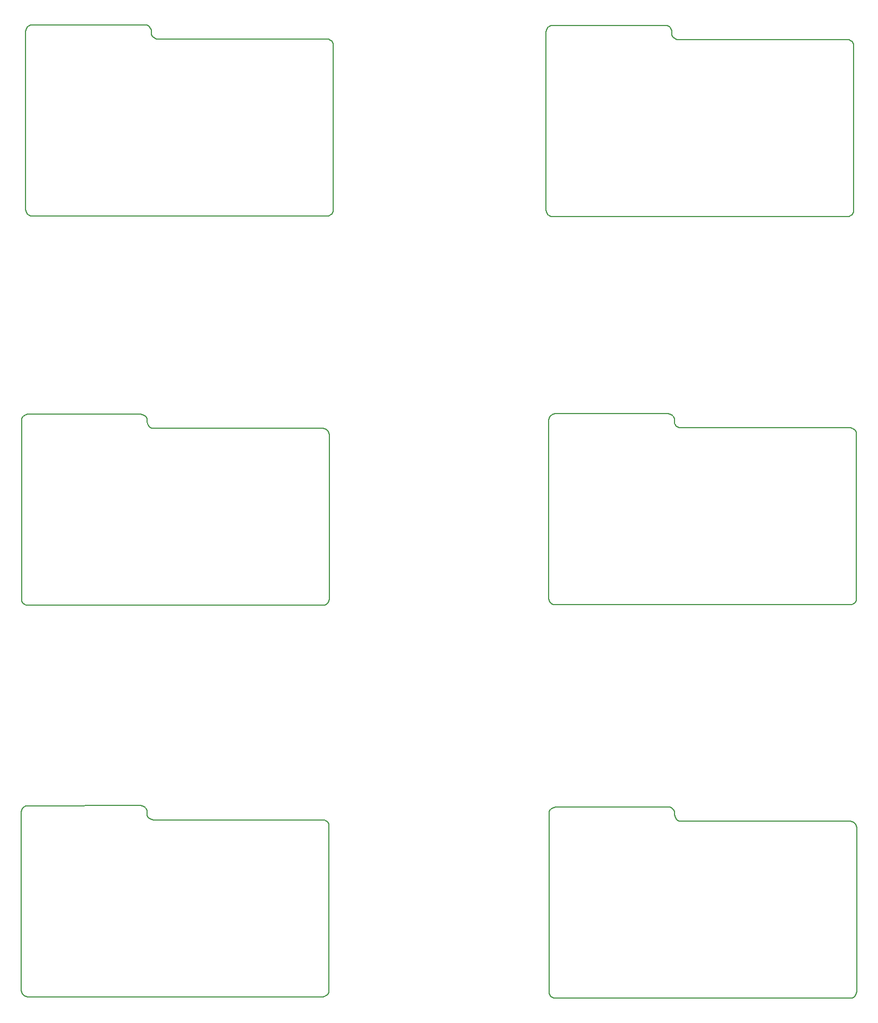
<source format=gko>
G04 Layer_Color=16711935*
%FSLAX25Y25*%
%MOIN*%
G70*
G01*
G75*
%ADD62C,0.00600*%
D62*
X125698Y639263D02*
X125698Y639263D01*
X125698Y639990D02*
X125698Y639990D01*
X125571Y641018D01*
X125182Y641978D01*
X124557Y642804D01*
X123740Y643441D01*
X122787Y643845D01*
X121761Y643988D01*
X125698Y639263D02*
X125825Y638236D01*
X126214Y637276D01*
X126839Y636449D01*
X127655Y635812D01*
X128609Y635409D01*
X129635Y635266D01*
X52470Y643927D02*
X51451Y643793D01*
X50501Y643400D01*
X49686Y642774D01*
X49060Y641959D01*
X48667Y641009D01*
X48533Y639990D01*
Y530541D02*
X48667Y529522D01*
X49060Y528573D01*
X49686Y527757D01*
X50501Y527132D01*
X51451Y526738D01*
X52470Y526604D01*
X233572D02*
X234591Y526738D01*
X235541Y527132D01*
X236356Y527757D01*
X236982Y528573D01*
X237375Y529522D01*
X237509Y530541D01*
Y631329D02*
X237375Y632348D01*
X236982Y633297D01*
X236356Y634113D01*
X235541Y634738D01*
X234591Y635132D01*
X233572Y635266D01*
X445371Y638925D02*
X445371Y638925D01*
X445371Y639651D02*
X445371Y639651D01*
X445244Y640679D01*
X444855Y641639D01*
X444231Y642466D01*
X443414Y643103D01*
X442460Y643506D01*
X441434Y643649D01*
X445371Y638925D02*
X445499Y637897D01*
X445888Y636937D01*
X446512Y636111D01*
X447329Y635474D01*
X448282Y635070D01*
X449308Y634927D01*
X372143Y643588D02*
X371124Y643454D01*
X370174Y643061D01*
X369359Y642435D01*
X368733Y641620D01*
X368340Y640670D01*
X368206Y639651D01*
Y530203D02*
X368340Y529184D01*
X368733Y528234D01*
X369359Y527419D01*
X370174Y526793D01*
X371124Y526400D01*
X372143Y526266D01*
X553245D02*
X554264Y526400D01*
X555214Y526793D01*
X556029Y527419D01*
X556655Y528234D01*
X557048Y529184D01*
X557182Y530203D01*
Y630990D02*
X557048Y632009D01*
X556655Y632959D01*
X556029Y633774D01*
X555214Y634400D01*
X554264Y634793D01*
X553245Y634927D01*
X234934Y392163D02*
X234800Y393182D01*
X234407Y394132D01*
X233781Y394947D01*
X232966Y395573D01*
X232016Y395966D01*
X230997Y396100D01*
Y287439D02*
X232016Y287573D01*
X232966Y287966D01*
X233781Y288592D01*
X234407Y289407D01*
X234800Y290357D01*
X234934Y291376D01*
X45958D02*
X46092Y290357D01*
X46485Y289407D01*
X47111Y288592D01*
X47926Y287966D01*
X48876Y287573D01*
X49895Y287439D01*
Y404762D02*
X48876Y404628D01*
X47926Y404234D01*
X47111Y403609D01*
X46485Y402793D01*
X46092Y401844D01*
X45958Y400825D01*
X123123Y400098D02*
X123250Y399070D01*
X123640Y398110D01*
X124264Y397284D01*
X125081Y396647D01*
X126034Y396243D01*
X127060Y396100D01*
X123123Y400825D02*
X122996Y401853D01*
X122607Y402812D01*
X121983Y403639D01*
X121166Y404276D01*
X120212Y404679D01*
X119186Y404822D01*
X123123Y400825D02*
X123123Y400825D01*
X123123Y400098D02*
X123123Y400098D01*
X558855Y392506D02*
X558721Y393525D01*
X558328Y394474D01*
X557702Y395290D01*
X556887Y395915D01*
X555937Y396309D01*
X554918Y396443D01*
Y287781D02*
X555937Y287916D01*
X556887Y288309D01*
X557702Y288934D01*
X558328Y289750D01*
X558721Y290700D01*
X558855Y291718D01*
X369879D02*
X370013Y290700D01*
X370407Y289750D01*
X371032Y288934D01*
X371848Y288309D01*
X372797Y287916D01*
X373816Y287781D01*
Y405104D02*
X372797Y404970D01*
X371848Y404577D01*
X371032Y403951D01*
X370407Y403136D01*
X370013Y402186D01*
X369879Y401167D01*
X447044Y400441D02*
X447172Y399413D01*
X447561Y398453D01*
X448185Y397626D01*
X449002Y396990D01*
X449956Y396586D01*
X450982Y396443D01*
X447044Y401167D02*
X446917Y402195D01*
X446528Y403155D01*
X445904Y403982D01*
X445087Y404618D01*
X444133Y405022D01*
X443107Y405165D01*
X447044Y401167D02*
X447044Y401167D01*
X447044Y400441D02*
X447044Y400441D01*
X234852Y151801D02*
X234717Y152820D01*
X234324Y153770D01*
X233698Y154585D01*
X232883Y155211D01*
X231933Y155604D01*
X230914Y155738D01*
Y47077D02*
X231933Y47211D01*
X232883Y47604D01*
X233698Y48230D01*
X234324Y49045D01*
X234717Y49995D01*
X234852Y51014D01*
X45875D02*
X46009Y49995D01*
X46403Y49045D01*
X47028Y48230D01*
X47844Y47604D01*
X48793Y47211D01*
X49812Y47077D01*
Y164400D02*
X48793Y164265D01*
X47844Y163872D01*
X47028Y163246D01*
X46403Y162431D01*
X46009Y161481D01*
X45875Y160462D01*
X123040Y159736D02*
X123168Y158708D01*
X123557Y157748D01*
X124181Y156922D01*
X124998Y156285D01*
X125952Y155881D01*
X126978Y155738D01*
X123040Y160463D02*
X122913Y161490D01*
X122524Y162450D01*
X121900Y163277D01*
X121083Y163914D01*
X120129Y164317D01*
X119103Y164460D01*
X123040Y160462D02*
X123040Y160463D01*
X123040Y159736D02*
X123040Y159736D01*
X559005Y150915D02*
X558871Y151934D01*
X558478Y152884D01*
X557852Y153699D01*
X557036Y154325D01*
X556087Y154718D01*
X555068Y154852D01*
Y46191D02*
X556087Y46325D01*
X557036Y46718D01*
X557852Y47344D01*
X558478Y48159D01*
X558871Y49109D01*
X559005Y50128D01*
X370029D02*
X370163Y49109D01*
X370556Y48159D01*
X371182Y47344D01*
X371997Y46718D01*
X372947Y46325D01*
X373966Y46191D01*
Y163514D02*
X372947Y163380D01*
X371997Y162986D01*
X371182Y162361D01*
X370556Y161545D01*
X370163Y160596D01*
X370029Y159577D01*
X447194Y158850D02*
X447321Y157822D01*
X447710Y156862D01*
X448335Y156036D01*
X449151Y155399D01*
X450105Y154995D01*
X451131Y154852D01*
X447194Y159577D02*
X447067Y160605D01*
X446678Y161565D01*
X446053Y162391D01*
X445237Y163028D01*
X444283Y163431D01*
X443257Y163575D01*
X447194Y159577D02*
X447194Y159577D01*
X447194Y158850D02*
X447194Y158850D01*
X125698Y639263D02*
Y639990D01*
X129635Y635266D02*
X233572D01*
X52470Y643927D02*
X121761Y643989D01*
X48533Y530541D02*
Y639990D01*
X52470Y526604D02*
X233572D01*
X237509Y530541D02*
Y631329D01*
X445371Y638925D02*
Y639651D01*
X449308Y634927D02*
X553245D01*
X372143Y643588D02*
X441434Y643650D01*
X368206Y530203D02*
Y639651D01*
X372143Y526266D02*
X553245D01*
X557182Y530203D02*
Y630990D01*
X234934Y291376D02*
Y392163D01*
X49895Y287439D02*
X230997D01*
X45958Y291376D02*
Y400825D01*
X49895Y404762D02*
X119186Y404824D01*
X127060Y396100D02*
X230997D01*
X123123Y400098D02*
Y400825D01*
X558855Y291718D02*
Y392506D01*
X373816Y287781D02*
X554918D01*
X369879Y291718D02*
Y401167D01*
X373816Y405104D02*
X443107Y405166D01*
X450981Y396443D02*
X554918D01*
X447044Y400441D02*
Y401167D01*
X234852Y51014D02*
Y151801D01*
X49812Y47077D02*
X230914D01*
X45875Y51014D02*
Y160462D01*
X49812Y164400D02*
X119103Y164461D01*
X126978Y155738D02*
X230914D01*
X123040Y159736D02*
Y160463D01*
X559005Y50128D02*
Y150915D01*
X373966Y46191D02*
X555068D01*
X370029Y50128D02*
Y159577D01*
X373966Y163514D02*
X443257Y163575D01*
X451131Y154852D02*
X555068D01*
X447194Y158850D02*
Y159577D01*
M02*

</source>
